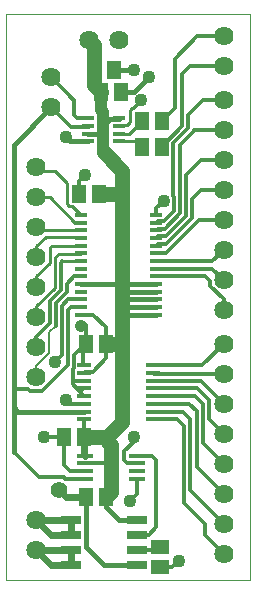
<source format=gtl>
G75*
%MOIN*%
%OFA0B0*%
%FSLAX25Y25*%
%IPPOS*%
%LPD*%
%AMOC8*
5,1,8,0,0,1.08239X$1,22.5*
%
%ADD10C,0.00000*%
%ADD11R,0.05906X0.05118*%
%ADD12C,0.06400*%
%ADD13R,0.05118X0.05906*%
%ADD14R,0.06890X0.02559*%
%ADD15R,0.05709X0.01772*%
%ADD16R,0.04724X0.01378*%
%ADD17R,0.04331X0.01772*%
%ADD18R,0.03937X0.01181*%
%ADD19C,0.01200*%
%ADD20C,0.00800*%
%ADD21C,0.01000*%
%ADD22C,0.01600*%
%ADD23C,0.02400*%
%ADD24C,0.05543*%
%ADD25C,0.04362*%
%ADD26C,0.04165*%
%ADD27C,0.05000*%
%ADD28C,0.04000*%
D10*
X0001333Y0001000D02*
X0001333Y0189701D01*
X0082505Y0189701D01*
X0082505Y0001000D01*
X0001333Y0001000D01*
D11*
X0052583Y0005154D03*
X0052583Y0011846D03*
D12*
X0073833Y0009750D03*
X0073833Y0019750D03*
X0073833Y0029750D03*
X0073833Y0039750D03*
X0073833Y0049750D03*
X0073833Y0059750D03*
X0073833Y0069750D03*
X0073833Y0079750D03*
X0073833Y0091000D03*
X0073833Y0101000D03*
X0073833Y0111000D03*
X0073833Y0121000D03*
X0073833Y0131000D03*
X0073833Y0141000D03*
X0073833Y0151000D03*
X0073833Y0161000D03*
X0073833Y0172250D03*
X0073833Y0182250D03*
X0038833Y0181000D03*
X0028833Y0181000D03*
X0016333Y0168500D03*
X0016333Y0158500D03*
X0011333Y0138500D03*
X0011333Y0128500D03*
X0011333Y0118500D03*
X0011333Y0108500D03*
X0011333Y0098500D03*
X0011333Y0088500D03*
X0011333Y0078500D03*
X0011333Y0068500D03*
X0011333Y0021000D03*
X0011333Y0011000D03*
D13*
X0027987Y0028500D03*
X0034680Y0028500D03*
X0027180Y0048500D03*
X0020487Y0048500D03*
X0027987Y0079750D03*
X0034680Y0079750D03*
X0032180Y0129750D03*
X0025487Y0129750D03*
X0032987Y0163500D03*
X0030487Y0171000D03*
X0037180Y0171000D03*
X0039680Y0163500D03*
X0046490Y0153963D03*
X0046475Y0145413D03*
X0053168Y0145413D03*
X0053183Y0153963D03*
D14*
X0044857Y0021000D03*
X0044857Y0016000D03*
X0044857Y0011000D03*
X0044857Y0006000D03*
X0022810Y0006000D03*
X0022810Y0011000D03*
X0022810Y0016000D03*
X0022810Y0021000D03*
D15*
X0027672Y0034661D03*
X0027672Y0037220D03*
X0027672Y0039780D03*
X0027672Y0042339D03*
X0044995Y0042339D03*
X0044995Y0039780D03*
X0044995Y0037220D03*
X0044995Y0034661D03*
D16*
X0050349Y0054543D03*
X0050349Y0057102D03*
X0050349Y0059661D03*
X0050349Y0062220D03*
X0050349Y0064780D03*
X0050349Y0067339D03*
X0050349Y0069898D03*
X0050349Y0072457D03*
X0027318Y0072457D03*
X0027318Y0069898D03*
X0027318Y0067339D03*
X0027318Y0064780D03*
X0027318Y0062220D03*
X0027318Y0059661D03*
X0027318Y0057102D03*
X0027318Y0054543D03*
D17*
X0028715Y0147161D03*
X0028715Y0149720D03*
X0028715Y0152280D03*
X0028715Y0154839D03*
X0038951Y0154839D03*
X0038951Y0152280D03*
X0038951Y0149720D03*
X0038951Y0147161D03*
D18*
X0051432Y0122634D03*
X0051432Y0120075D03*
X0051432Y0117516D03*
X0051432Y0114957D03*
X0051432Y0112398D03*
X0051432Y0109839D03*
X0051432Y0107280D03*
X0051432Y0104720D03*
X0051432Y0102161D03*
X0051432Y0099602D03*
X0051432Y0097043D03*
X0051432Y0094484D03*
X0051432Y0091925D03*
X0051432Y0089366D03*
X0026235Y0089366D03*
X0026235Y0091925D03*
X0026235Y0094484D03*
X0026235Y0097043D03*
X0026235Y0099602D03*
X0026235Y0102161D03*
X0026235Y0104720D03*
X0026235Y0107280D03*
X0026235Y0109839D03*
X0026235Y0112398D03*
X0026235Y0114957D03*
X0026235Y0117516D03*
X0026235Y0120075D03*
X0026235Y0122634D03*
D19*
X0025487Y0129750D02*
X0025487Y0133904D01*
X0027583Y0136000D01*
X0029088Y0152006D02*
X0022827Y0152006D01*
X0016333Y0158500D01*
X0022654Y0162180D02*
X0016333Y0168500D01*
X0022654Y0162180D02*
X0022654Y0161976D01*
X0023833Y0160796D01*
X0023833Y0156000D01*
X0024995Y0154839D01*
X0028715Y0154839D01*
X0028715Y0152280D02*
X0028815Y0152280D01*
X0029088Y0152006D01*
X0020113Y0107280D02*
X0019533Y0106700D01*
X0019533Y0097649D01*
X0015933Y0094049D01*
X0015933Y0086595D01*
X0011333Y0081995D01*
X0011333Y0078500D01*
X0021937Y0072599D02*
X0013239Y0063900D01*
X0009428Y0063900D01*
X0008578Y0064750D01*
X0003833Y0064750D01*
X0003833Y0043500D02*
X0012162Y0035172D01*
X0020561Y0035172D01*
X0021072Y0034661D01*
X0027672Y0034661D01*
X0027672Y0037220D02*
X0022613Y0037220D01*
X0020487Y0039346D01*
X0020487Y0048500D01*
X0013833Y0048500D01*
X0022672Y0059661D02*
X0021333Y0061000D01*
X0022672Y0059661D02*
X0027318Y0059661D01*
X0027318Y0062220D02*
X0026038Y0063500D01*
X0027318Y0064780D01*
X0026038Y0063500D02*
X0025083Y0064455D01*
X0025083Y0064750D01*
X0023555Y0066278D01*
X0023555Y0067250D01*
X0027229Y0067250D01*
X0027318Y0067339D01*
X0027318Y0069898D02*
X0027788Y0070368D01*
X0030260Y0070368D01*
X0034680Y0074788D01*
X0034680Y0079750D01*
X0034680Y0085154D01*
X0030467Y0089366D01*
X0026235Y0089366D01*
X0026235Y0091925D02*
X0022862Y0091925D01*
X0021937Y0091000D01*
X0021937Y0072599D01*
X0023555Y0071388D02*
X0023937Y0071770D01*
X0023937Y0076000D01*
X0027010Y0079073D01*
X0027010Y0072764D01*
X0027318Y0072457D01*
X0023555Y0071388D02*
X0023555Y0067250D01*
X0017583Y0073500D02*
X0019937Y0075854D01*
X0019937Y0092396D01*
X0022025Y0094484D01*
X0026235Y0094484D01*
X0021533Y0099750D02*
X0023945Y0102161D01*
X0026235Y0102161D01*
X0021533Y0099750D02*
X0021533Y0096821D01*
X0017933Y0093221D01*
X0017933Y0085766D01*
X0027010Y0079073D02*
X0027687Y0079750D01*
X0027987Y0079750D01*
X0027987Y0086000D01*
X0027318Y0054543D02*
X0027318Y0048638D01*
X0027180Y0048500D01*
X0027672Y0039780D02*
X0035113Y0039780D01*
X0036333Y0041000D01*
X0040740Y0040873D02*
X0040740Y0043804D01*
X0043833Y0046897D01*
X0043833Y0048500D01*
X0044995Y0042339D02*
X0045083Y0042250D01*
X0050083Y0042250D01*
X0051333Y0041000D01*
X0051333Y0018500D01*
X0048833Y0016000D01*
X0044857Y0016000D01*
X0044857Y0011000D02*
X0051737Y0011000D01*
X0052583Y0011846D01*
X0052583Y0005154D02*
X0056737Y0005154D01*
X0058833Y0007250D01*
X0067583Y0016000D02*
X0067583Y0019750D01*
X0060583Y0026750D01*
X0060583Y0052250D01*
X0058290Y0054543D01*
X0050349Y0054543D01*
X0050349Y0057102D02*
X0060231Y0057102D01*
X0062583Y0054750D01*
X0062583Y0031000D01*
X0073833Y0019750D01*
X0067583Y0016000D02*
X0073833Y0009750D01*
X0073833Y0029750D02*
X0064833Y0038750D01*
X0064833Y0057250D01*
X0062422Y0059661D01*
X0050349Y0059661D01*
X0050349Y0062220D02*
X0064363Y0062220D01*
X0066833Y0059750D01*
X0066833Y0046750D01*
X0073833Y0039750D01*
X0073833Y0049750D02*
X0068833Y0054750D01*
X0068833Y0061000D01*
X0065054Y0064780D01*
X0050349Y0064780D01*
X0050349Y0067339D02*
X0066245Y0067339D01*
X0073833Y0059750D01*
X0073833Y0069750D02*
X0050497Y0069750D01*
X0050349Y0069898D01*
X0050349Y0072457D02*
X0066540Y0072457D01*
X0073833Y0079750D01*
X0073833Y0091000D02*
X0073833Y0094495D01*
X0069233Y0099095D01*
X0069233Y0100600D01*
X0067583Y0102250D01*
X0051520Y0102250D01*
X0051432Y0102161D01*
X0051432Y0104720D02*
X0070113Y0104720D01*
X0073833Y0101000D01*
X0070113Y0107280D02*
X0073833Y0111000D01*
X0070113Y0107280D02*
X0051432Y0107280D01*
X0051432Y0109839D02*
X0054489Y0109839D01*
X0065651Y0121000D01*
X0073833Y0121000D01*
X0073833Y0131000D02*
X0066333Y0131000D01*
X0063414Y0128081D01*
X0063414Y0121592D01*
X0054779Y0112957D01*
X0051991Y0112957D01*
X0051432Y0112398D01*
X0051432Y0114957D02*
X0051991Y0115516D01*
X0054509Y0115516D01*
X0061414Y0122421D01*
X0061414Y0136081D01*
X0066333Y0141000D01*
X0073833Y0141000D01*
X0073833Y0151000D02*
X0064083Y0151000D01*
X0064083Y0150672D01*
X0059414Y0146003D01*
X0059414Y0123249D01*
X0054240Y0118075D01*
X0051991Y0118075D01*
X0051432Y0117516D01*
X0051432Y0120075D02*
X0051991Y0120634D01*
X0053971Y0120634D01*
X0057414Y0124078D01*
X0057414Y0128733D01*
X0057127Y0129021D01*
X0057127Y0146544D01*
X0062083Y0151500D01*
X0062083Y0156000D01*
X0067083Y0161000D01*
X0073833Y0161000D01*
X0073833Y0172250D02*
X0062583Y0172250D01*
X0060083Y0169750D01*
X0060083Y0152329D01*
X0053168Y0145413D01*
X0053183Y0153963D02*
X0057583Y0158364D01*
X0057583Y0174750D01*
X0065083Y0182250D01*
X0073833Y0182250D01*
X0053833Y0127250D02*
X0051432Y0124848D01*
X0051432Y0122634D01*
X0040740Y0040873D02*
X0041561Y0040053D01*
X0044722Y0040053D01*
X0044995Y0039780D01*
X0044995Y0034661D02*
X0044995Y0029661D01*
X0042583Y0027250D01*
D20*
X0027987Y0086000D02*
X0026358Y0085734D01*
X0017933Y0085766D02*
X0015733Y0083566D01*
X0015733Y0076677D01*
X0011333Y0072277D01*
X0011333Y0068500D01*
D21*
X0011333Y0088500D02*
X0011333Y0092136D01*
X0017633Y0098436D01*
X0017633Y0108550D01*
X0018833Y0109750D01*
X0026146Y0109750D01*
X0026235Y0109839D01*
X0026087Y0112250D02*
X0026235Y0112398D01*
X0026087Y0112250D02*
X0016333Y0112250D01*
X0015833Y0111750D01*
X0015833Y0106636D01*
X0011333Y0102136D01*
X0011333Y0098500D01*
X0011333Y0108500D02*
X0011333Y0112136D01*
X0014515Y0115318D01*
X0025874Y0115318D01*
X0026235Y0114957D01*
X0026235Y0117516D02*
X0012318Y0117516D01*
X0011333Y0118500D01*
X0011333Y0128500D02*
X0015971Y0128500D01*
X0024396Y0120075D01*
X0026235Y0120075D01*
X0026235Y0122634D02*
X0023372Y0125497D01*
X0022389Y0125497D01*
X0021628Y0126259D01*
X0021628Y0133206D01*
X0017583Y0137250D01*
X0012583Y0137250D01*
X0011333Y0138500D01*
X0020113Y0107280D02*
X0019433Y0106600D01*
X0020113Y0107280D02*
X0026235Y0107280D01*
X0038951Y0147161D02*
X0044726Y0147161D01*
X0046475Y0145413D01*
X0042247Y0149720D02*
X0046490Y0153963D01*
X0043550Y0158216D02*
X0046333Y0161000D01*
X0043550Y0158216D02*
X0043392Y0158216D01*
X0042631Y0157455D01*
X0042631Y0153628D01*
X0041655Y0152653D01*
X0039325Y0152653D01*
X0038951Y0152280D01*
X0038782Y0152280D01*
X0038951Y0149720D02*
X0042247Y0149720D01*
D22*
X0038878Y0154765D02*
X0038951Y0154839D01*
X0038878Y0154765D02*
X0036123Y0154765D01*
X0034858Y0153500D01*
X0033681Y0153500D01*
X0031543Y0149647D02*
X0032691Y0148500D01*
X0033681Y0148500D01*
X0031543Y0149647D02*
X0028788Y0149647D01*
X0028715Y0149720D01*
X0028715Y0147161D02*
X0022672Y0147161D01*
X0021333Y0148500D01*
X0016333Y0158500D02*
X0003833Y0146000D01*
X0003833Y0064750D01*
X0003833Y0058500D01*
X0005231Y0057102D01*
X0027318Y0057102D01*
X0027987Y0028500D02*
X0027987Y0011846D01*
X0033833Y0006000D01*
X0044857Y0006000D01*
X0044857Y0021000D02*
X0038833Y0021000D01*
X0034680Y0025154D01*
X0034680Y0028500D01*
X0040083Y0088500D02*
X0040949Y0089366D01*
X0051432Y0089366D01*
X0050271Y0089366D01*
X0051432Y0091925D02*
X0040408Y0091925D01*
X0040083Y0092250D01*
X0040083Y0094750D02*
X0041333Y0094750D01*
X0041599Y0094484D01*
X0051432Y0094484D01*
X0051432Y0097043D02*
X0040290Y0097043D01*
X0040083Y0097250D01*
X0039936Y0099602D02*
X0051432Y0099602D01*
X0040083Y0099750D02*
X0039936Y0099602D01*
X0026235Y0099602D01*
X0003833Y0058500D02*
X0003833Y0043500D01*
X0039680Y0163500D02*
X0043833Y0163500D01*
X0048833Y0168500D01*
X0043833Y0171000D02*
X0037180Y0171000D01*
D23*
X0027180Y0048500D02*
X0027180Y0042831D01*
X0027672Y0042339D01*
X0027987Y0028500D02*
X0021333Y0028500D01*
X0018833Y0031000D01*
X0022810Y0021000D02*
X0011333Y0021000D01*
X0016333Y0016000D01*
X0022810Y0016000D01*
X0022810Y0021000D01*
X0022810Y0011000D02*
X0011333Y0011000D01*
X0016333Y0006000D01*
X0022810Y0006000D01*
X0022810Y0011000D01*
D24*
X0018833Y0031000D03*
D25*
X0013833Y0048500D03*
X0021333Y0061000D03*
X0017583Y0073500D03*
X0042583Y0027250D03*
X0043833Y0048500D03*
X0058833Y0007250D03*
X0053833Y0127250D03*
X0046333Y0161000D03*
X0048833Y0168500D03*
X0043833Y0171000D03*
X0027583Y0136000D03*
X0021333Y0148500D03*
D26*
X0026358Y0085734D03*
D27*
X0034680Y0079750D02*
X0040083Y0079750D01*
X0040083Y0053500D01*
X0035083Y0048500D01*
X0027180Y0048500D01*
X0033833Y0048500D01*
X0036333Y0046000D01*
X0036333Y0041000D01*
X0036333Y0030154D01*
X0034680Y0028500D01*
X0040083Y0079750D02*
X0040083Y0088500D01*
X0040083Y0092250D01*
X0040083Y0094750D01*
X0040083Y0097250D01*
X0040083Y0099750D01*
X0040083Y0129750D01*
X0032180Y0129750D01*
X0040083Y0137250D02*
X0033833Y0143500D01*
X0040083Y0137250D02*
X0040083Y0129750D01*
X0032987Y0163500D02*
X0030487Y0166000D01*
X0030487Y0171000D01*
X0030487Y0179346D01*
X0028833Y0181000D01*
D28*
X0032987Y0163500D02*
X0032987Y0157578D01*
X0033681Y0156884D01*
X0033681Y0153500D01*
X0033681Y0148500D01*
X0033681Y0143653D01*
X0033833Y0143500D01*
M02*

</source>
